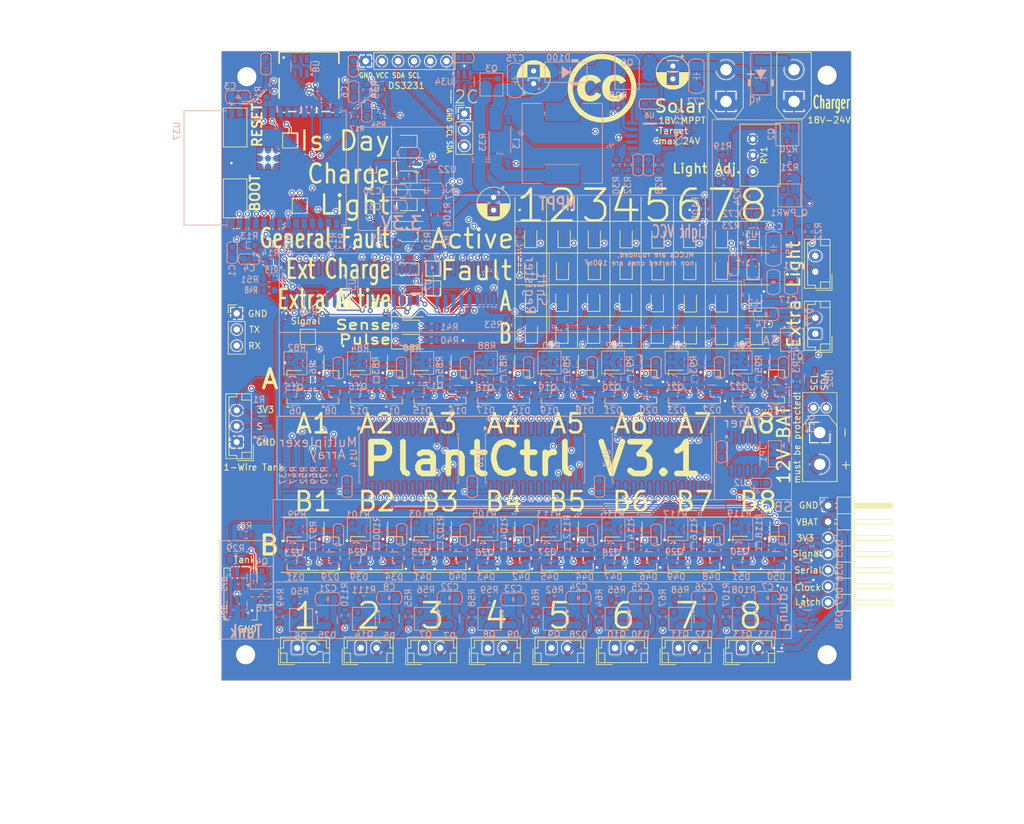
<source format=kicad_pcb>
(kicad_pcb
	(version 20240108)
	(generator "pcbnew")
	(generator_version "8.0")
	(general
		(thickness 1.6)
		(legacy_teardrops no)
	)
	(paper "A4")
	(layers
		(0 "F.Cu" signal)
		(1 "In1.Cu" signal)
		(2 "In2.Cu" signal)
		(31 "B.Cu" signal)
		(32 "B.Adhes" user "B.Adhesive")
		(33 "F.Adhes" user "F.Adhesive")
		(34 "B.Paste" user)
		(35 "F.Paste" user)
		(36 "B.SilkS" user "B.Silkscreen")
		(37 "F.SilkS" user "F.Silkscreen")
		(38 "B.Mask" user)
		(39 "F.Mask" user)
		(40 "Dwgs.User" user "User.Drawings")
		(41 "Cmts.User" user "User.Comments")
		(42 "Eco1.User" user "User.Eco1")
		(43 "Eco2.User" user "User.Eco2")
		(44 "Edge.Cuts" user)
		(45 "Margin" user)
		(46 "B.CrtYd" user "B.Courtyard")
		(47 "F.CrtYd" user "F.Courtyard")
		(48 "B.Fab" user)
		(49 "F.Fab" user)
	)
	(setup
		(stackup
			(layer "F.SilkS"
				(type "Top Silk Screen")
			)
			(layer "F.Paste"
				(type "Top Solder Paste")
			)
			(layer "F.Mask"
				(type "Top Solder Mask")
				(thickness 0.01)
			)
			(layer "F.Cu"
				(type "copper")
				(thickness 0.035)
			)
			(layer "dielectric 1"
				(type "prepreg")
				(thickness 0.1)
				(material "FR4")
				(epsilon_r 4.5)
				(loss_tangent 0.02)
			)
			(layer "In1.Cu"
				(type "copper")
				(thickness 0.035)
			)
			(layer "dielectric 2"
				(type "core")
				(thickness 1.24)
				(material "FR4")
				(epsilon_r 4.5)
				(loss_tangent 0.02)
			)
			(layer "In2.Cu"
				(type "copper")
				(thickness 0.035)
			)
			(layer "dielectric 3"
				(type "prepreg")
				(thickness 0.1)
				(material "FR4")
				(epsilon_r 4.5)
				(loss_tangent 0.02)
			)
			(layer "B.Cu"
				(type "copper")
				(thickness 0.035)
			)
			(layer "B.Mask"
				(type "Bottom Solder Mask")
				(thickness 0.01)
			)
			(layer "B.Paste"
				(type "Bottom Solder Paste")
			)
			(layer "B.SilkS"
				(type "Bottom Silk Screen")
			)
			(copper_finish "HAL lead-free")
			(dielectric_constraints no)
		)
		(pad_to_mask_clearance 0.05)
		(allow_soldermask_bridges_in_footprints no)
		(aux_axis_origin 68.58 26.67)
		(grid_origin 68.58 26.67)
		(pcbplotparams
			(layerselection 0x003ffff_ffffffff)
			(plot_on_all_layers_selection 0x0000000_00000000)
			(disableapertmacros no)
			(usegerberextensions no)
			(usegerberattributes no)
			(usegerberadvancedattributes no)
			(creategerberjobfile no)
			(dashed_line_dash_ratio 12.000000)
			(dashed_line_gap_ratio 3.000000)
			(svgprecision 4)
			(plotframeref no)
			(viasonmask no)
			(mode 1)
			(useauxorigin no)
			(hpglpennumber 1)
			(hpglpenspeed 20)
			(hpglpendiameter 15.000000)
			(pdf_front_fp_property_popups yes)
			(pdf_back_fp_property_popups yes)
			(dxfpolygonmode yes)
			(dxfimperialunits yes)
			(dxfusepcbnewfont yes)
			(psnegative no)
			(psa4output no)
			(plotreference yes)
			(plotvalue yes)
			(plotfptext yes)
			(plotinvisibletext no)
			(sketchpadsonfab no)
			(subtractmaskfromsilk no)
			(outputformat 1)
			(mirror no)
			(drillshape 0)
			(scaleselection 1)
			(outputdirectory "gerber/")
		)
	)
	(net 0 "")
	(net 1 "EN")
	(net 2 "VBAT")
	(net 3 "GND")
	(net 4 "S1")
	(net 5 "G1")
	(net 6 "3_3V")
	(net 7 "Temp")
	(net 8 "S2")
	(net 9 "G2")
	(net 10 "S3")
	(net 11 "Net-(U22-BST)")
	(net 12 "Net-(PUMP2-Pin_1)")
	(net 13 "PUMP_ENABLE")
	(net 14 "TANK_SENSOR")
	(net 15 "Net-(PUMP3-Pin_1)")
	(net 16 "Net-(PUMP4-Pin_1)")
	(net 17 "Net-(PUMP1-Pin_1)")
	(net 18 "Net-(PUMP5-Pin_1)")
	(net 19 "Net-(PUMP6-Pin_1)")
	(net 20 "Net-(PUMP7-Pin_1)")
	(net 21 "Net-(PUMP8-Pin_1)")
	(net 22 "SerialOut")
	(net 23 "Clock")
	(net 24 "Latch")
	(net 25 "Net-(Q1-G)")
	(net 26 "G3")
	(net 27 "ESP_RX")
	(net 28 "ESP_TX")
	(net 29 "Net-(Boot1-Pad2)")
	(net 30 "SDA")
	(net 31 "SCL")
	(net 32 "G4")
	(net 33 "S4")
	(net 34 "Net-(D10-K)")
	(net 35 "Net-(Q5-G)")
	(net 36 "G5")
	(net 37 "Net-(Q7-G)")
	(net 38 "Net-(Q8-G)")
	(net 39 "Net-(Q9-G)")
	(net 40 "Net-(Q10-G)")
	(net 41 "Net-(Q11-G)")
	(net 42 "Net-(Q4-G)")
	(net 43 "Net-(Q13-G)")
	(net 44 "Net-(Q14-G)")
	(net 45 "Net-(D78-A)")
	(net 46 "S5")
	(net 47 "Net-(C5-Pad2)")
	(net 48 "S6")
	(net 49 "G6")
	(net 50 "S7")
	(net 51 "PUMP1")
	(net 52 "G7")
	(net 53 "PUMP3")
	(net 54 "G8")
	(net 55 "Net-(R14-Pad2)")
	(net 56 "PUMP4")
	(net 57 "PUMP5")
	(net 58 "PUMP6")
	(net 59 "PUMP7")
	(net 60 "PUMP8")
	(net 61 "PUMP2")
	(net 62 "unconnected-(U37-IO0-Pad8)")
	(net 63 "unconnected-(U37-IO1-Pad9)")
	(net 64 "Net-(D78-K)")
	(net 65 "S8")
	(net 66 "SIGNAL")
	(net 67 "SerialIn")
	(net 68 "S9")
	(net 69 "G9")
	(net 70 "S10")
	(net 71 "G10")
	(net 72 "G11")
	(net 73 "S11")
	(net 74 "G12")
	(net 75 "S12")
	(net 76 "S13")
	(net 77 "G13")
	(net 78 "S14")
	(net 79 "G14")
	(net 80 "S15")
	(net 81 "G15")
	(net 82 "S16")
	(net 83 "G16")
	(net 84 "CD1")
	(net 85 "CD2")
	(net 86 "CD3")
	(net 87 "CD4")
	(net 88 "CD5")
	(net 89 "Net-(D4-A)")
	(net 90 "Net-(D2-K)")
	(net 91 "CD6")
	(net 92 "CD7")
	(net 93 "Net-(U2-CV)")
	(net 94 "CD8")
	(net 95 "CD9")
	(net 96 "CD10")
	(net 97 "CD11")
	(net 98 "CD12")
	(net 99 "CD13")
	(net 100 "CD14")
	(net 101 "CD15")
	(net 102 "CD16")
	(net 103 "1K_3_3")
	(net 104 "Net-(P_FAULT1-K)")
	(net 105 "CD_Probe")
	(net 106 "SENSORS_ON")
	(net 107 "Net-(CD1-K)")
	(net 108 "Net-(SIGNAL1-K)")
	(net 109 "MS4")
	(net 110 "MS1")
	(net 111 "MS0")
	(net 112 "MS3")
	(net 113 "MS2")
	(net 114 "unconnected-(U2-DIS-Pad7)")
	(net 115 "IsDay")
	(net 116 "S_VIN")
	(net 117 "5K_VBAT")
	(net 118 "Net-(U1-QH')")
	(net 119 "Net-(U3-QH')")
	(net 120 "/Light_In")
	(net 121 "Net-(U5-BST)")
	(net 122 "Net-(Q2-G)")
	(net 123 "Net-(Q2-D)")
	(net 124 "Net-(Q_PWR1-G)")
	(net 125 "Net-(Q_PWR1-D)")
	(net 126 "LED_ENABLE")
	(net 127 "Net-(I2C3-A)")
	(net 128 "Net-(R24-Pad2)")
	(net 129 "Net-(U5-FB)")
	(net 130 "/Light+")
	(net 131 "Net-(U6-VG)")
	(net 132 "Net-(C19-Pad1)")
	(net 133 "Net-(D98-K)")
	(net 134 "Net-(D98-A)")
	(net 135 "Net-(D100-K)")
	(net 136 "Net-(L3-Pad2)")
	(net 137 "Net-(Q6-G)")
	(net 138 "Net-(U6-MPPT)")
	(net 139 "Net-(U6-COM)")
	(net 140 "Net-(U6-BAT)")
	(net 141 "Net-(U6-FB)")
	(net 142 "Net-(U6-CSP)")
	(net 143 "/3_3IN")
	(net 144 "/Light_cool")
	(net 145 "/3_3V_cool")
	(net 146 "Net-(Q3-S)")
	(net 147 "Net-(U34-VCAP)")
	(net 148 "Net-(Q3-G)")
	(net 149 "Net-(J3-Pin_1)")
	(net 150 "ENABLE_TANK")
	(net 151 "Net-(Q15-B)")
	(net 152 "Net-(Q17-B)")
	(net 153 "Net-(Q18-B)")
	(net 154 "Net-(Q19-B)")
	(net 155 "Net-(Q20-B)")
	(net 156 "Net-(Q21-B)")
	(net 157 "Net-(Q22-B)")
	(net 158 "Net-(Q23-B)")
	(net 159 "Net-(Q24-B)")
	(net 160 "Net-(Q25-B)")
	(net 161 "Net-(Q26-B)")
	(net 162 "Net-(Q27-B)")
	(net 163 "Net-(Q28-B)")
	(net 164 "Net-(Q29-B)")
	(net 165 "Net-(Q30-B)")
	(net 166 "unconnected-(U37-IO8-Pad10)")
	(net 167 "Net-(D11-A)")
	(net 168 "Net-(JP1-C)")
	(net 169 "unconnected-(U37-NC-Pad22)")
	(net 170 "USB_D-")
	(net 171 "unconnected-(U37-IO4-Pad4)")
	(net 172 "USB_D+")
	(net 173 "BOOT_SEL")
	(net 174 "WARN_LED")
	(net 175 "Net-(Q15-C)")
	(net 176 "Net-(Q16-C)")
	(net 177 "Net-(Q17-C)")
	(net 178 "Net-(Q18-C)")
	(net 179 "Net-(Q19-C)")
	(net 180 "Net-(Q20-C)")
	(net 181 "Net-(Q21-C)")
	(net 182 "Net-(Q22-C)")
	(net 183 "Net-(Q23-C)")
	(net 184 "Net-(Q24-C)")
	(net 185 "Net-(Q25-C)")
	(net 186 "Net-(Q26-C)")
	(net 187 "Net-(Q27-C)")
	(net 188 "Net-(Q28-C)")
	(net 189 "Net-(Q29-C)")
	(net 190 "Net-(Q30-C)")
	(net 191 "Net-(Q16-B)")
	(net 192 "FAULT1")
	(net 193 "FAULT2")
	(net 194 "FAULT3")
	(net 195 "FAULT4")
	(net 196 "FAULT5")
	(net 197 "FAULT6")
	(net 198 "FAULT7")
	(net 199 "FAULT8")
	(net 200 "OE")
	(net 201 "unconnected-(U8-I{slash}O2-Pad4)")
	(net 202 "unconnected-(USB1-ID-Pad4)")
	(net 203 "SQW")
	(net 204 "32K")
	(net 205 "USB_BUS")
	(net 206 "unconnected-(U8-I{slash}O1-Pad6)")
	(net 207 "Net-(U3-QH)")
	(net 208 "Net-(U3-QG)")
	(footprint "Connector_JST:JST_PH_B2B-PH-SM4-TB_1x02-1MP_P2.00mm_Vertical" (layer "F.Cu") (at 204.58 117.92 180))
	(footprint "Button_Switch_SMD:SW_SPST_CK_RS282G05A3" (layer "F.Cu") (at 172.33 52.67 90))
	(footprint "Connector_JST:JST_PH_B2B-PH-SM4-TB_1x02-1MP_P2.00mm_Vertical" (layer "F.Cu") (at 194.555 91.77 180))
	(footprint "Connector_AMASS:AMASS_XT30UPB-M_1x02_P5.0mm_Vertical" (layer "F.Cu") (at 249.53 48.57 90))
	(footprint "LED_SMD:LED_0805_2012Metric" (layer "F.Cu") (at 199.53 74.9575 180))
	(footprint "easyeda2kicad:MINI-USB-SMD_UX-144S-ACP5" (layer "F.Cu") (at 183.95 46.595 180))
	(footprint "Button_Switch_SMD:SW_SPST_CK_RS282G05A3" (layer "F.Cu") (at 172.33 63.82 -90))
	(footprint "LED_SMD:LED_0805_2012Metric" (layer "F.Cu") (at 223.73 84.945 90))
	(footprint "LED_SMD:LED_0805_2012Metric" (layer "F.Cu") (at 218.83 74.8825 90))
	(footprint "LED_SMD:LED_0805_2012Metric" (layer "F.Cu") (at 228.83 74.92 90))
	(footprint "LED_SMD:LED_0805_2012Metric" (layer "F.Cu") (at 243.93 80.02 90))
	(footprint "Connector_JST:JST_PH_B2B-PH-SM4-TB_1x02-1MP_P2.00mm_Vertical" (layer "F.Cu") (at 254.655 91.67 180))
	(footprint "LED_SMD:LED_0805_2012Metric" (layer "F.Cu") (at 238.73 84.945 90))
	(footprint "kicad-stuff:AMASS_XT30UPB+DATA-M_1x02_P5.0mm_Vertical" (layer "F.Cu") (at 264.28 100.67 -90))
	(footprint "LED_SMD:LED_0805_2012Metric" (layer "F.Cu") (at 243.93 85.045 90))
	(footprint "Connector_JST:JST_PH_B2B-PH-SM4-TB_1x02-1MP_P2.00mm_Vertical" (layer "F.Cu") (at 184.58 117.97 180))
	(footprint "LED_SMD:LED_0805_2012Metric" (layer "F.Cu") (at 199.655 86.195 180))
	(footprint "Connector_AMASS:AMASS_XT30UPB-F_1x02_P5.0mm_Vertical" (layer "F.Cu") (at 260.23 48.57 90))
	(footprint "Connector_JST:JST_PH_B2B-PH-SM4-TB_1x02-1MP_P2.00mm_Vertical" (layer "F.Cu") (at 254.68 117.87 180))
	(footprint "Connector_JST:JST_EH_B2B-EH-A_1x02_P2.50mm_Vertical" (layer "F.Cu") (at 232.08 134.575))
	(footprint "Connector_JST:JST_EH_B2B-EH-A_1x02_P2.50mm_Vertical" (layer "F.Cu") (at 242.08 134.575))
	(footprint "Connector_JST:JST_EH_B2B-EH-A_1x02_P2.50mm_Vertical" (layer "F.Cu") (at 263.58 85.12 90))
	(footprint "LED_SMD:LED_0805_2012Metric" (layer "F.Cu") (at 248.83 85.145 90))
	(footprint "LED_SMD:LED_0805_2012Metric" (layer "F.Cu") (at 248.83 80.02 90))
	(footprint "Connector_JST:JST_EH_B3B-EH-A_1x03_P2.50mm_Vertical" (layer "F.Cu") (at 172.58 102.17 90))
	(footprint "Connector_JST:JST_PH_B2B-PH-SM4-TB_1x02-1MP_P2.00mm_Vertical" (layer "F.Cu") (at 224.58 117.97 180))
	(footprint "LED_SMD:LED_0805_2012Metric" (layer "F.Cu") (at 199.43 69.6575 180))
	(footprint "Connector_PinHeader_2.54mm:PinHeader_1x07_P2.54mm_Horizontal" (layer "F.Cu") (at 265.58 112.17))
	(footprint "LED_SMD:LED_0805_2012Metric" (layer "F.Cu") (at 218.93 84.945 90))
	(footprint "LED_SMD:LED_0805_2012Metric"
		(layer "F.Cu")
		(uuid "38c660a9-1b7f-4b5b-b61c-be652783af9f")
		(at 243.83 69.8825 90)
		(descr "LED SMD 0805 (2012 Metric), square (rectangular) end terminal, IPC_7351 nominal, (Body size source: https://docs.google.com/spreadsheets/d/1BsfQQcO9C6DZCsRaXUlFlo91Tg2WpOkGARC1WS5S8t0/edit?usp=sharing), generated with kicad-footprint-generator")
		(tags "LED")
		(property "Reference" "PUMP_D6"
			(at 0 -1.65 90)
			(layer "F.SilkS")
			(hide yes)
			(uuid "44bbbf26-a62d-4436-b514-b825e281b3ce")
			(effects
				(font
					(size 1 1)
					(thickness 0.15)
				)
			)
		)
		(property "Value" "BLUE"
			(at 0 1.65 90)
			(layer "F.Fab")
			(uuid "8a8574fa-8ef6-410c-870d-c44e0d85d060")
			(effects
				(font
					(size 1 1)
					(thickness 0.15)
				)
			)
		)
		(property "Footprint" "LED_SMD:LED_0805_2012Metric"
			(at 0 0 90)
			(unlocked yes)
			(layer "F.Fab")
			(hide yes)
			(uuid "0bbef73a-c570-477f-a1a4-ae99308a1abe")
			(effects
				(font
					(size 1.27 1.27)
					(thickness 0.15)
				)
			)
		)
		(property "Datasheet" ""
			(at 0 0 90)
			(unlocked yes)
			(layer "F.Fab")
			(hide yes)
			(uuid "1ae939cc-3500-4eee-8197-2ae48b6e6729")
			(effects
				(font
					(size 1.27 1.27)
					(thickness 0.15)
				)
			)
		)
		(property "Description" ""
			(at 0 0 90)
			(unlocked yes)
			(layer "F.Fab")
			(hide yes)
			(uuid "f1e07697-0ac1-494e-b33a-d9f9652f33ce")
			(effects
				(font
					(size 1.27 1.27)
					(thickness 0.15)
				)
			)
		)
		(property "LCSC_PART_NUMBER" "C205441"
			(at 0 0 0)
			(layer "F.Fab")
			(hide yes)
	
... [4675059 chars truncated]
</source>
